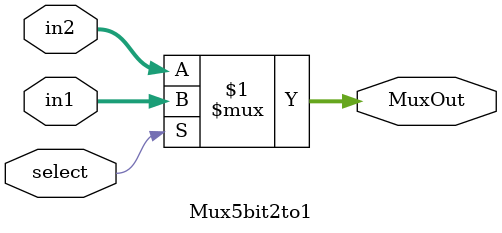
<source format=v>
`timescale 1ns/1ns
module Mux5bit2to1(input select, input [4:0]in1,in2, output [4:0]MuxOut);
  assign MuxOut = select ? in1 : in2;
endmodule

</source>
